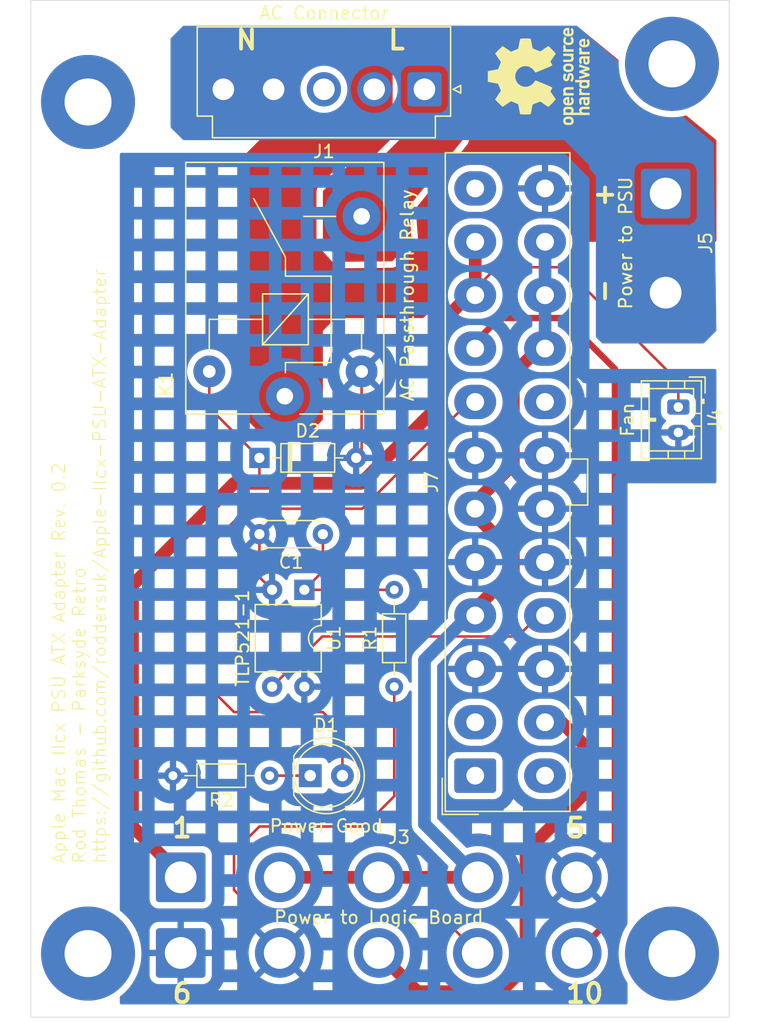
<source format=kicad_pcb>
(kicad_pcb (version 20240108) (generator "pcbnew") (generator_version "8.0")
  (title_block (title "${Title}") (date "2024-11-09") (rev "${Revision}") (company "${Company}"))
  (layers (0 "F.Cu" signal) (31 "B.Cu" signal) (34 "B.Paste" user) (35 "F.Paste" user) (36 "B.SilkS" user "B.Silkscreen") (37 "F.SilkS" user "F.Silkscreen") (38 "B.Mask" user) (39 "F.Mask" user) (44 "Edge.Cuts" user))
  (property "Company" "Parksyde Retro")
  (property "Designer" "Rod Thomas")
  (property "Github" "https://github.com/roddersuk/Apple-IIcx-PSU-ATX-Adapter")
  (property "Revision" "0.2")
  (property "Title" "Apple Mac IIcx PSU ATX Adapter")
  (net 0 "")
  (net 1 "Net-(C1-Pad1)")
  (net 2 "Net-(D1-K)")
  (net 4 "/AC Ouput +ve")
  (net 5 "/AC Input +ve")
  (net 6 "/AC -ve")
  (net 11 "/GND")
  (net 12 "/PWR_OK")
  (net 13 "/+12V")
  (net 14 "/-12V")
  (net 15 "/+5VSB")
  (net 16 "/PFW")
  (net 17 "/+5V")
  (net 22 "/PS_ON")
  (footprint "LED_THT:LED_D5.0mm" (layer "F.Cu") (at 122 161)
    (property "Reference" "D1" (at 1.27 -3.96 0) (layer "F.SilkS"))
    (property "Value" "Power Good" (at 1.27 3.96 0) (layer "F.SilkS"))
    (pad "1" thru_hole rect (at 0 0) (size 1.8 1.8) (drill 0.9) (layers "*.Cu" "*.Mask") (net 2 "Net-(D1-K)"))
    (pad "2" thru_hole circle (at 2.54 0) (size 1.8 1.8) (drill 0.9) (layers "*.Cu" "*.Mask") (net 12 "/PWR_OK"))
  )
  (footprint "Diode_THT:D_DO-35_SOD27_P7.62mm_Horizontal" (layer "F.Cu") (at 118 136)
    (property "Reference" "D2" (at 3.81 -2.12 0) (layer "F.SilkS"))
    (property "Value" "1N4148")
    (pad "1" thru_hole rect (at 0 0) (size 1.6 1.6) (drill 0.8) (layers "*.Cu" "*.Mask") (net 13 "/+12V"))
    (pad "2" thru_hole oval (at 7.62 0) (size 1.6 1.6) (drill 0.8) (layers "*.Cu" "*.Mask") (net 11 "/GND"))
  )
  (footprint "Package_DIP:DIP-4_W7.62mm" (layer "F.Cu") (at 121.54 146.38 -90)
    (property "Reference" "U1" (at 3.81 -2.33 90) (layer "F.SilkS"))
    (property "Value" "TLP521-1" (at 3.81 4.87 90) (layer "F.SilkS"))
    (pad "1" thru_hole rect (at 0 0 270) (size 1.6 1.6) (drill 0.8) (layers "*.Cu" "*.Mask") (net 1 "Net-(C1-Pad1)"))
    (pad "2" thru_hole oval (at 0 2.54 270) (size 1.6 1.6) (drill 0.8) (layers "*.Cu" "*.Mask") (net 11 "/GND"))
    (pad "3" thru_hole oval (at 7.62 2.54 270) (size 1.6 1.6) (drill 0.8) (layers "*.Cu" "*.Mask") (net 22 "/PS_ON"))
    (pad "4" thru_hole oval (at 7.62 0 270) (size 1.6 1.6) (drill 0.8) (layers "*.Cu" "*.Mask") (net 11 "/GND"))
  )
  (footprint "Connector_Wire:SolderWire-2sqmm_1x05_P7.8mm_D2mm_OD3.9mm" (layer "F.Cu") (at 111.8 174.95)
    (property "Reference" "J6" (hide yes))
    (property "Value" "Conn_01x05_Pin")
    (pad "1" thru_hole roundrect (at 0 0) (size 3.9 3.9) (drill 2.5) (layers "*.Cu" "*.Mask") (roundrect_rratio 0.064103) (net 11 "/GND"))
    (pad "2" thru_hole circle (at 7.8 0) (size 3.9 3.9) (drill 2.5) (layers "*.Cu" "*.Mask") (net 11 "/GND"))
    (pad "3" thru_hole circle (at 15.6 0) (size 3.9 3.9) (drill 2.5) (layers "*.Cu" "*.Mask") (net 14 "/-12V"))
    (pad "4" thru_hole circle (at 23.4 0) (size 3.9 3.9) (drill 2.5) (layers "*.Cu" "*.Mask") (net 16 "/PFW"))
    (pad "5" thru_hole circle (at 31.2 0) (size 3.9 3.9) (drill 2.5) (layers "*.Cu" "*.Mask") (net 15 "/+5VSB"))
  )
  (footprint "Resistor_THT:R_Axial_DIN0204_L3.6mm_D1.6mm_P7.62mm_Horizontal" (layer "F.Cu") (at 118.81 161 180)
    (property "Reference" "R2" (at 3.81 -1.92 0) (layer "F.SilkS"))
    (property "Value" "1k")
    (pad "1" thru_hole circle (at 0 0 180) (size 1.4 1.4) (drill 0.7) (layers "*.Cu" "*.Mask") (net 2 "Net-(D1-K)"))
    (pad "2" thru_hole oval (at 7.62 0 180) (size 1.4 1.4) (drill 0.7) (layers "*.Cu" "*.Mask") (net 11 "/GND"))
  )
  (footprint "Resistor_THT:R_Axial_DIN0204_L3.6mm_D1.6mm_P7.62mm_Horizontal" (layer "F.Cu") (at 128.62 154 90)
    (property "Reference" "R1" (at 3.81 -1.92 90) (layer "F.SilkS"))
    (property "Value" "1k")
    (pad "1" thru_hole circle (at 0 0 90) (size 1.4 1.4) (drill 0.7) (layers "*.Cu" "*.Mask") (net 16 "/PFW"))
    (pad "2" thru_hole oval (at 7.62 0 90) (size 1.4 1.4) (drill 0.7) (layers "*.Cu" "*.Mask") (net 1 "Net-(C1-Pad1)"))
  )
  (footprint "Connector_Wire:SolderWire-2sqmm_1x02_P7.8mm_D2mm_OD3.9mm" (layer "F.Cu") (at 150 115.2 -90)
    (property "Reference" "J5" (at 3.9 -3.15 -90) (layer "F.SilkS"))
    (property "Value" "Power to PSU" (at 3.9 3.15 -90) (layer "F.SilkS"))
    (pad "1" thru_hole roundrect (at 0 0 270) (size 3.9 3.9) (drill 2.5) (layers "*.Cu" "*.Mask") (roundrect_rratio 0.064103) (net 5 "/AC Input +ve"))
    (pad "2" thru_hole circle (at 7.8 0 270) (size 3.9 3.9) (drill 2.5) (layers "*.Cu" "*.Mask") (net 6 "/AC -ve"))
  )
  (footprint "MountingHole:MountingHole_3.7mm_Pad" (layer "F.Cu") (at 104.5 175)
    (property "Reference" "H3" (hide yes))
    (property "Value" "MountingHole_Pad")
    (pad "1" thru_hole circle (at 0 0) (size 7.4 7.4) (drill 3.7) (layers "*.Cu" "*.Mask"))
  )
  (footprint "Relay_THT:Relay_SPST_SANYOU_SRD_Series_Form_A" (layer "F.Cu") (at 120 131.15 90)
    (property "Reference" "K1" (at 0.95 -9.35 90) (layer "F.SilkS"))
    (property "Value" "AC Passthrough Relay" (at 7.95 9.65 90) (layer "F.SilkS"))
    (pad "1" thru_hole circle (at 0 0 180) (size 3 3) (drill 1.3) (layers "*.Cu" "*.Mask") (net 5 "/AC Input +ve"))
    (pad "2" thru_hole circle (at 1.95 6.05 180) (size 2.5 2.5) (drill 1) (layers "*.Cu" "*.Mask") (net 11 "/GND"))
    (pad "3" thru_hole circle (at 14.15 6.05 180) (size 3 3) (drill 1.3) (layers "*.Cu" "*.Mask") (net 4 "/AC Ouput +ve"))
    (pad "5" thru_hole circle (at 1.95 -5.95 180) (size 2.5 2.5) (drill 1) (layers "*.Cu" "*.Mask") (net 13 "/+12V"))
  )
  (footprint "Connector_Molex:Molex_Mini-Fit_Jr_5566-24A_2x12_P4.20mm_Vertical" (layer "F.Cu") (at 135 161 90)
    (property "Reference" "J7" (at 23.1 -3.45 90) (layer "F.SilkS"))
    (property "Value" "ATX-24")
    (pad "1" thru_hole roundrect (at 0 0 90) (size 2.7 3.3) (drill 1.4) (layers "*.Cu" "*.Mask") (roundrect_rratio 0.092593))
    (pad "2" thru_hole oval (at 4.2 0 90) (size 2.7 3.3) (drill 1.4) (layers "*.Cu" "*.Mask"))
    (pad "3" thru_hole oval (at 8.4 0 90) (size 2.7 3.3) (drill 1.4) (layers "*.Cu" "*.Mask") (net 11 "/GND"))
    (pad "4" thru_hole oval (at 12.6 0 90) (size 2.7 3.3) (drill 1.4) (layers "*.Cu" "*.Mask") (net 17 "/+5V"))
    (pad "5" thru_hole oval (at 16.8 0 90) (size 2.7 3.3) (drill 1.4) (layers "*.Cu" "*.Mask") (net 11 "/GND"))
    (pad "6" thru_hole oval (at 21 0 90) (size 2.7 3.3) (drill 1.4) (layers "*.Cu" "*.Mask") (net 17 "/+5V"))
    (pad "7" thru_hole oval (at 25.2 0 90) (size 2.7 3.3) (drill 1.4) (layers "*.Cu" "*.Mask") (net 11 "/GND"))
    (pad "8" thru_hole oval (at 29.4 0 90) (size 2.7 3.3) (drill 1.4) (layers "*.Cu" "*.Mask") (net 12 "/PWR_OK"))
    (pad "9" thru_hole oval (at 33.6 0 90) (size 2.7 3.3) (drill 1.4) (layers "*.Cu" "*.Mask") (net 15 "/+5VSB"))
    (pad "10" thru_hole oval (at 37.8 0 90) (size 2.7 3.3) (drill 1.4) (layers "*.Cu" "*.Mask") (net 13 "/+12V"))
    (pad "11" thru_hole oval (at 42 0 90) (size 2.7 3.3) (drill 1.4) (layers "*.Cu" "*.Mask") (net 13 "/+12V"))
    (pad "12" thru_hole oval (at 46.2 0 90) (size 2.7 3.3) (drill 1.4) (layers "*.Cu" "*.Mask"))
    (pad "13" thru_hole oval (at 0 5.5 90) (size 2.7 3.3) (drill 1.4) (layers "*.Cu" "*.Mask"))
    (pad "14" thru_hole oval (at 4.2 5.5 90) (size 2.7 3.3) (drill 1.4) (layers "*.Cu" "*.Mask") (net 14 "/-12V"))
    (pad "15" thru_hole oval (at 8.4 5.5 90) (size 2.7 3.3) (drill 1.4) (layers "*.Cu" "*.Mask") (net 11 "/GND"))
    (pad "16" thru_hole oval (at 12.6 5.5 90) (size 2.7 3.3) (drill 1.4) (layers "*.Cu" "*.Mask") (net 22 "/PS_ON"))
    (pad "17" thru_hole oval (at 16.8 5.5 90) (size 2.7 3.3) (drill 1.4) (layers "*.Cu" "*.Mask") (net 11 "/GND"))
    (pad "18" thru_hole oval (at 21 5.5 90) (size 2.7 3.3) (drill 1.4) (layers "*.Cu" "*.Mask") (net 11 "/GND"))
    (pad "19" thru_hole oval (at 25.2 5.5 90) (size 2.7 3.3) (drill 1.4) (layers "*.Cu" "*.Mask") (net 11 "/GND"))
    (pad "20" thru_hole oval (at 29.4 5.5 90) (size 2.7 3.3) (drill 1.4) (layers "*.Cu" "*.Mask"))
    (pad "21" thru_hole oval (at 33.6 5.5 90) (size 2.7 3.3) (drill 1.4) (layers "*.Cu" "*.Mask") (net 17 "/+5V"))
    (pad "22" thru_hole oval (at 37.8 5.5 90) (size 2.7 3.3) (drill 1.4) (layers "*.Cu" "*.Mask") (net 17 "/+5V"))
    (pad "23" thru_hole oval (at 42 5.5 90) (size 2.7 3.3) (drill 1.4) (layers "*.Cu" "*.Mask") (net 17 "/+5V"))
    (pad "24" thru_hole oval (at 46.2 5.5 90) (size 2.7 3.3) (drill 1.4) (layers "*.Cu" "*.Mask") (net 11 "/GND"))
  )
  (footprint "MountingHole:MountingHole_3.7mm_Pad" (layer "F.Cu") (at 150.5 175)
    (property "Reference" "H4" (hide yes))
    (property "Value" "MountingHole_Pad")
    (pad "1" thru_hole circle (at 0 0) (size 7.4 7.4) (drill 3.7) (layers "*.Cu" "*.Mask"))
  )
  (footprint "MountingHole:MountingHole_3.7mm_Pad" (layer "F.Cu") (at 104.5 108)
    (property "Reference" "H1" (hide yes))
    (property "Value" "MountingHole_Pad")
    (pad "1" thru_hole circle (at 0 0) (size 7.4 7.4) (drill 3.7) (layers "*.Cu" "*.Mask"))
  )
  (footprint "Capacitor_THT:C_Disc_D4.3mm_W1.9mm_P5.00mm" (layer "F.Cu") (at 123 142 180)
    (property "Reference" "C1" (at 2.5 -2.2 0) (layer "F.SilkS"))
    (property "Value" "0.1uF")
    (pad "1" thru_hole circle (at 0 0 180) (size 1.6 1.6) (drill 0.8) (layers "*.Cu" "*.Mask") (net 1 "Net-(C1-Pad1)"))
    (pad "2" thru_hole circle (at 5 0 180) (size 1.6 1.6) (drill 0.8) (layers "*.Cu" "*.Mask") (net 11 "/GND"))
  )
  (footprint "Symbol:OSHW-Logo_7.5x8mm_SilkScreen" (layer "F.Cu") (at 140 106 90)
    (property "Reference" "REF**" (hide yes))
    (property "Value" "OSHW-Logo_7.5x8mm_SilkScreen" (hide yes))
  )
  (footprint "MountingHole:MountingHole_3.7mm_Pad" (layer "F.Cu") (at 150.5 105)
    (property "Reference" "H2" (hide yes))
    (property "Value" "MountingHole_Pad")
    (pad "1" thru_hole circle (at 0 0) (size 7.4 7.4) (drill 3.7) (layers "*.Cu" "*.Mask"))
  )
  (footprint "Connector_Wire:SolderWire-2sqmm_1x05_P7.8mm_D2mm_OD3.9mm" (layer "F.Cu") (at 111.8 169)
    (property "Reference" "J3" (at 17.2 -3.15 0) (layer "F.SilkS"))
    (property "Value" "Power to Logic Board" (at 15.6 3.15 0) (layer "F.SilkS"))
    (pad "1" thru_hole roundrect (at 0 0) (size 3.9 3.9) (drill 2.5) (layers "*.Cu" "*.Mask") (roundrect_rratio 0.064103) (net 13 "/+12V"))
    (pad "2" thru_hole circle (at 7.8 0) (size 3.9 3.9) (drill 2.5) (layers "*.Cu" "*.Mask") (net 17 "/+5V"))
    (pad "3" thru_hole circle (at 15.6 0) (size 3.9 3.9) (drill 2.5) (layers "*.Cu" "*.Mask") (net 17 "/+5V"))
    (pad "4" thru_hole circle (at 23.4 0) (size 3.9 3.9) (drill 2.5) (layers "*.Cu" "*.Mask") (net 17 "/+5V"))
    (pad "5" thru_hole circle (at 31.2 0) (size 3.9 3.9) (drill 2.5) (layers "*.Cu" "*.Mask") (net 11 "/GND"))
  )
  (footprint "Connector_JST:JST_VH_B5P-VH-B_1x05_P3.96mm_Vertical" (layer "F.Cu") (at 131 107 180)
    (property "Reference" "J1" (at 7.92 -4.9 180) (layer "F.SilkS"))
    (property "Value" "AC Connector" (at 7.92 6 180) (layer "F.SilkS"))
    (pad "1" thru_hole roundrect (at 0 0 180) (size 2.7 2.7) (drill 1.7) (layers "*.Cu" "*.Mask") (roundrect_rratio 0.092593) (net 4 "/AC Ouput +ve"))
    (pad "2" thru_hole circle (at 3.96 0 180) (size 2.7 2.7) (drill 1.7) (layers "*.Cu" "*.Mask") (net 5 "/AC Input +ve"))
    (pad "3" thru_hole circle (at 7.92 0 180) (size 2.7 2.7) (drill 1.7) (layers "*.Cu" "*.Mask"))
    (pad "4" thru_hole circle (at 11.88 0 180) (size 2.7 2.7) (drill 1.7) (layers "*.Cu" "*.Mask") (net 6 "/AC -ve"))
    (pad "5" thru_hole circle (at 15.84 0 180) (size 2.7 2.7) (drill 1.7) (layers "*.Cu" "*.Mask") (net 6 "/AC -ve"))
  )
  (footprint "Connector_JST:JST_PH_B2B-PH-K_1x02_P2.00mm_Vertical" (layer "F.Cu") (at 151 132 -90)
    (property "Reference" "J4" (at 1 -2.9 90) (layer "F.SilkS"))
    (property "Value" "Fan" (at 1 4 90) (layer "F.SilkS"))
    (pad "1" thru_hole roundrect (at 0 0 270) (size 1.2 1.75) (drill 0.75) (layers "*.Cu" "*.Mask") (roundrect_rratio 0.208333) (net 13 "/+12V"))
    (pad "2" thru_hole oval (at 2 0 270) (size 1.2 1.75) (drill 0.75) (layers "*.Cu" "*.Mask") (net 11 "/GND"))
  )
  (gr_rect (start 100 100) (end 155 180) (stroke (width 0.05)) (fill none) (layer "Edge.Cuts"))
  (gr_text "-     +" (at 146 124 90) (layer "F.SilkS") (effects (font (size 1.5 1.5) (thickness 0.3) (bold yes)) (justify left bottom)))
  (gr_text "L" (at 128 104 0) (layer "F.SilkS") (effects (font (size 1.5 1.5) (thickness 0.3) (bold yes)) (justify left bottom)))
  (gr_text "${Title} Rev. ${Revision}\n${Designer} - ${Company}\n${Github}" (at 106 168 90) (layer "F.SilkS") (effects (font (size 1 1) (thickness 0.1)) (justify left bottom)))
  (gr_text "6" (at 111 179 0) (layer "F.SilkS") (effects (font (size 1.5 1.5) (thickness 0.3) (bold yes)) (justify left bottom)))
  (gr_text "5" (at 142 166 0) (layer "F.SilkS") (effects (font (size 1.5 1.5) (thickness 0.3) (bold yes)) (justify left bottom)))
  (gr_text "1" (at 111 166 0) (layer "F.SilkS") (effects (font (size 1.5 1.5) (thickness 0.3) (bold yes)) (justify left bottom)))
  (gr_text "10" (at 142 179 0) (layer "F.SilkS") (effects (font (size 1.5 1.5) (thickness 0.3) (bold yes)) (justify left bottom)))
  (gr_text "N" (at 116 104 0) (layer "F.SilkS") (effects (font (size 1.5 1.5) (thickness 0.3) (bold yes)) (justify left bottom)))
  (segment (start 123 142) (end 123 144.92) (width 0.2) (layer "F.Cu") (net 1))
  (segment (start 128.62 146.38) (end 121.54 146.38) (width 0.2) (layer "F.Cu") (net 1))
  (segment (start 123 144.92) (end 121.54 146.38) (width 0.2) (layer "F.Cu") (net 1))
  (segment (start 118.81 161) (end 122 161) (width 0.2) (layer "F.Cu") (net 2))
  (segment (start 118 142) (end 118 145.38) (width 0.2) (layer "F.Cu") (net 11))
  (segment (start 126.05 135.57) (end 125.62 136) (width 0.2) (layer "F.Cu") (net 11))
  (segment (start 126.05 129.2) (end 126.05 135.57) (width 0.2) (layer "F.Cu") (net 11))
  (segment (start 118 145.38) (end 119 146.38) (width 0.2) (layer "F.Cu") (net 11))
  (segment (start 126.1 140) (end 134.5 131.6) (width 0.2) (layer "F.Cu") (net 12))
  (segment (start 116 156) (end 114 154) (width 0.2) (layer "F.Cu") (net 12))
  (segment (start 117 140) (end 126.1 140) (width 0.2) (layer "F.Cu") (net 12))
  (segment (start 124.54 161) (end 124.54 157.54) (width 0.2) (layer "F.Cu") (net 12))
  (segment (start 114 154) (end 114 143) (width 0.2) (layer "F.Cu") (net 12))
  (segment (start 123 156) (end 116 156) (width 0.2) (layer "F.Cu") (net 12))
  (segment (start 124.54 157.54) (end 123 156) (width 0.2) (layer "F.Cu") (net 12))
  (segment (start 114 143) (end 117 140) (width 0.2) (layer "F.Cu") (net 12))
  (segment (start 118 136) (end 118 138) (width 0.2) (layer "F.Cu") (net 13))
  (segment (start 132 132) (end 126 138) (width 1) (layer "F.Cu") (net 13))
  (segment (start 135 119) (end 135 123.2) (width 1) (layer "F.Cu") (net 13))
  (segment (start 151 130) (end 151 132) (width 0.2) (layer "F.Cu") (net 13))
  (segment (start 132 125.7) (end 132 132) (width 1) (layer "F.Cu") (net 13))
  (segment (start 134.5 123.2) (end 136.7 121) (width 0.2) (layer "F.Cu") (net 13))
  (segment (start 108 146) (end 108 165) (width 1) (layer "F.Cu") (net 13))
  (segment (start 126 138) (end 118 138) (width 1) (layer "F.Cu") (net 13))
  (segment (start 118 138) (end 116 138) (width 1) (layer "F.Cu") (net 13))
  (segment (start 116 138) (end 108 146) (width 1) (layer "F.Cu") (net 13))
  (segment (start 111.8 168.8) (end 111.8 169) (width 1) (layer "F.Cu") (net 13))
  (segment (start 108 165) (end 111.8 168.8) (width 1) (layer "F.Cu") (net 13))
  (segment (start 136.7 121) (end 142 121) (width 0.2) (layer "F.Cu") (net 13))
  (segment (start 142 121) (end 151 130) (width 0.2) (layer "F.Cu") (net 13))
  (segment (start 118 136) (end 114.05 132.05) (width 0.2) (layer "F.Cu") (net 13))
  (segment (start 114.05 132.05) (end 114.05 129.2) (width 0.2) (layer "F.Cu") (net 13))
  (segment (start 134.5 123.2) (end 132 125.7) (width 1) (layer "F.Cu") (net 13))
  (segment (start 144 162) (end 139 167) (width 1) (layer "F.Cu") (net 14))
  (segment (start 139 167) (end 139 176) (width 1) (layer "F.Cu") (net 14))
  (segment (start 130.45 178) (end 127.4 174.95) (width 1) (layer "F.Cu") (net 14))
  (segment (start 144 159) (end 144 162) (width 1) (layer "F.Cu") (net 14))
  (segment (start 137 178) (end 130.45 178) (width 1) (layer "F.Cu") (net 14))
  (segment (start 140 156.8) (end 141.8 156.8) (width 1) (layer "F.Cu") (net 14))
  (segment (start 139 176) (end 137 178) (width 1) (layer "F.Cu") (net 14))
  (segment (start 141.8 156.8) (end 144 159) (width 1) (layer "F.Cu") (net 14))
  (segment (start 136.9 125) (end 142 125) (width 0.5) (layer "F.Cu") (net 15))
  (segment (start 146 171.95) (end 143 174.95) (width 0.5) (layer "F.Cu") (net 15))
  (segment (start 146 129) (end 146 171.95) (width 0.5) (layer "F.Cu") (net 15))
  (segment (start 134.5 127.4) (end 136.9 125) (width 0.5) (layer "F.Cu") (net 15))
  (segment (start 142 125) (end 146 129) (width 0.5) (layer "F.Cu") (net 15))
  (segment (start 116 167) (end 118 165) (width 0.2) (layer "F.Cu") (net 16))
  (segment (start 132.25 172) (end 118 172) (width 0.2) (layer "F.Cu") (net 16))
  (segment (start 118 172) (end 116 170) (width 0.2) (layer "F.Cu") (net 16))
  (segment (start 116 170) (end 116 167) (width 0.2) (layer "F.Cu") (net 16))
  (segment (start 128.62 162.62) (end 128.62 154) (width 0.2) (layer "F.Cu") (net 16))
  (segment (start 118 165) (end 126.24 165) (width 0.2) (layer "F.Cu") (net 16))
  (segment (start 126.24 165) (end 128.62 162.62) (width 0.2) (layer "F.Cu") (net 16))
  (segment (start 135.2 174.95) (end 132.25 172) (width 0.2) (layer "F.Cu") (net 16))
  (segment (start 138 129.4) (end 140 127.4) (width 1) (layer "F.Cu") (net 17))
  (segment (start 119.6 169) (end 127.4 169) (width 1) (layer "F.Cu") (net 17))
  (segment (start 138 143.5) (end 134.5 140) (width 1) (layer "F.Cu") (net 17))
  (segment (start 127.4 169) (end 135.2 169) (width 1) (layer "F.Cu") (net 17))
  (segment (start 138 136.5) (end 138 129.4) (width 1) (layer "F.Cu") (net 17))
  (segment (start 134.5 148.4) (end 138 144.9) (width 1) (layer "F.Cu") (net 17))
  (segment (start 138 144.9) (end 138 143.5) (width 1) (layer "F.Cu") (net 17))
  (segment (start 134.5 140) (end 138 136.5) (width 1) (layer "F.Cu") (net 17))
  (segment (start 134.5 148.4) (end 131 151.9) (width 1) (layer "B.Cu") (net 17))
  (segment (start 140.5 119) (end 140.5 123.2) (width 1) (layer "B.Cu") (net 17))
  (segment (start 140.5 123.2) (end 140.5 127.4) (width 1) (layer "B.Cu") (net 17))
  (segment (start 131 151.9) (end 131 164.8) (width 1) (layer "B.Cu") (net 17))
  (segment (start 131 164.8) (end 135.2 169) (width 1) (layer "B.Cu") (net 17))
  (segment (start 119 154) (end 122.95 150.05) (width 0.2) (layer "F.Cu") (net 22))
  (segment (start 122.95 150.05) (end 138.35 150.05) (width 0.2) (layer "F.Cu") (net 22))
  (segment (start 138.35 150.05) (end 140 148.4) (width 0.2) (layer "F.Cu") (net 22))
  (zone (net 5) (net_name "/AC Input +ve") (layer "F.Cu") (name "AC LIVE") (connect_pads yes (clearance 0.5)) (min_thickness 0.25) (fill yes (thermal_gap 0.5) (thermal_bridge_width 0.5))
    (polygon (pts (xy 132 124) (xy 130.896865 125) (xy 124 125) (xy 123 126) (xy 123 133) (xy 122 134) (xy 118 134) (xy 117 133) (xy 117 112) (xy 119 110) (xy 123 110) (xy 124 109) (xy 124 103) (xy 125 102) (xy 143 102) (xy 154 111) (xy 154 119) (xy 134 119) (xy 132 121)))
  )
  (zone (net 4) (net_name "/AC Ouput +ve") (layer "F.Cu") (priority 2) (connect_pads yes (clearance 0.5)) (min_thickness 0.25) (fill yes (thermal_gap 0.5) (thermal_bridge_width 0.5))
    (polygon (pts (xy 129 105) (xy 130 104) (xy 133 104) (xy 134 105) (xy 134 111) (xy 129.791648 116.208352) (xy 130 119) (xy 128.462362 120.537638) (xy 124.427472 120.572528) (xy 123 119) (xy 123 115) (xy 125 113) (xy 127 113) (xy 129 111)))
  )
  (zone (net 6) (net_name "/AC -ve") (layer "B.Cu") (priority 1) (connect_pads yes (clearance 0.5)) (min_thickness 0.25) (fill yes (thermal_gap 0.5) (thermal_bridge_width 0.5))
    (polygon (pts (xy 111 103) (xy 112 102) (xy 143 102) (xy 153.77431 111.22569) (xy 154 126) (xy 153 127) (xy 145 127) (xy 144 126) (xy 144 113) (xy 142 111) (xy 112 111) (xy 111 110)))
  )
  (zone (net 11) (net_name "/GND") (layer "B.Cu") (priority 3) (connect_pads (clearance 0.5)) (min_thickness 0.25) (fill yes (mode hatch) (thermal_gap 0.5) (thermal_bridge_width 0.5) (hatch_thickness 1) (hatch_gap 1.5) (hatch_orientation 0) (hatch_border_algorithm hatch_thickness) (hatch_min_hole_area 0.3))
    (polygon (pts (xy 107 179) (xy 107 112) (xy 142 112) (xy 144 114) (xy 144 129) (xy 154 129) (xy 154 138) (xy 147 138) (xy 147 179)))
  )
)
</source>
